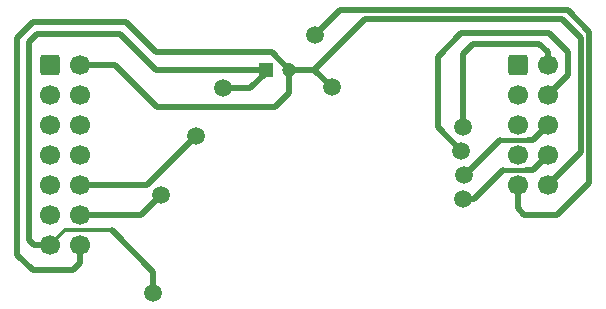
<source format=gbr>
G04 #@! TF.GenerationSoftware,KiCad,Pcbnew,6.0.6-2.fc36*
G04 #@! TF.CreationDate,2022-07-19T13:12:57+02:00*
G04 #@! TF.ProjectId,touch-testcontroller-testboard,746f7563-682d-4746-9573-74636f6e7472,rev?*
G04 #@! TF.SameCoordinates,Original*
G04 #@! TF.FileFunction,Copper,L2,Bot*
G04 #@! TF.FilePolarity,Positive*
%FSLAX46Y46*%
G04 Gerber Fmt 4.6, Leading zero omitted, Abs format (unit mm)*
G04 Created by KiCad (PCBNEW 6.0.6-2.fc36) date 2022-07-19 13:12:57*
%MOMM*%
%LPD*%
G01*
G04 APERTURE LIST*
G04 Aperture macros list*
%AMRoundRect*
0 Rectangle with rounded corners*
0 $1 Rounding radius*
0 $2 $3 $4 $5 $6 $7 $8 $9 X,Y pos of 4 corners*
0 Add a 4 corners polygon primitive as box body*
4,1,4,$2,$3,$4,$5,$6,$7,$8,$9,$2,$3,0*
0 Add four circle primitives for the rounded corners*
1,1,$1+$1,$2,$3*
1,1,$1+$1,$4,$5*
1,1,$1+$1,$6,$7*
1,1,$1+$1,$8,$9*
0 Add four rect primitives between the rounded corners*
20,1,$1+$1,$2,$3,$4,$5,0*
20,1,$1+$1,$4,$5,$6,$7,0*
20,1,$1+$1,$6,$7,$8,$9,0*
20,1,$1+$1,$8,$9,$2,$3,0*%
G04 Aperture macros list end*
G04 #@! TA.AperFunction,ComponentPad*
%ADD10RoundRect,0.250000X-0.600000X-0.600000X0.600000X-0.600000X0.600000X0.600000X-0.600000X0.600000X0*%
G04 #@! TD*
G04 #@! TA.AperFunction,ComponentPad*
%ADD11C,1.700000*%
G04 #@! TD*
G04 #@! TA.AperFunction,ComponentPad*
%ADD12R,1.200000X1.200000*%
G04 #@! TD*
G04 #@! TA.AperFunction,ComponentPad*
%ADD13C,1.200000*%
G04 #@! TD*
G04 #@! TA.AperFunction,ViaPad*
%ADD14C,1.500000*%
G04 #@! TD*
G04 #@! TA.AperFunction,Conductor*
%ADD15C,0.500000*%
G04 #@! TD*
G04 #@! TA.AperFunction,Conductor*
%ADD16C,0.400000*%
G04 #@! TD*
G04 #@! TA.AperFunction,Conductor*
%ADD17C,0.300000*%
G04 #@! TD*
%ADD18C,0.350000*%
G04 APERTURE END LIST*
D10*
G04 #@! TO.P,J2,1,Pin_1*
G04 #@! TO.N,LED-BT*
X100247500Y-64000000D03*
D11*
G04 #@! TO.P,J2,2,Pin_2*
G04 #@! TO.N,TOUCH-KEY-POWER*
X102787500Y-64000000D03*
G04 #@! TO.P,J2,3,Pin_3*
G04 #@! TO.N,LED-ANALOG-EXT*
X100247500Y-66540000D03*
G04 #@! TO.P,J2,4,Pin_4*
G04 #@! TO.N,TOUCH-KEY-ANALOG-EXT*
X102787500Y-66540000D03*
G04 #@! TO.P,J2,5,Pin_5*
G04 #@! TO.N,LED-ANALOG-INT*
X100247500Y-69080000D03*
G04 #@! TO.P,J2,6,Pin_6*
G04 #@! TO.N,TOUCH-KEY-ANALOG-INT*
X102787500Y-69080000D03*
G04 #@! TO.P,J2,7,Pin_7*
G04 #@! TO.N,unconnected-(J2-Pad7)*
X100247500Y-71620000D03*
G04 #@! TO.P,J2,8,Pin_8*
G04 #@! TO.N,TOUCH-KEY-BT*
X102787500Y-71620000D03*
G04 #@! TO.P,J2,9,Pin_9*
G04 #@! TO.N,+3V3*
X100247500Y-74160000D03*
G04 #@! TO.P,J2,10,Pin_10*
G04 #@! TO.N,GNDD*
X102787500Y-74160000D03*
G04 #@! TD*
D10*
G04 #@! TO.P,J1,1,Pin_1*
G04 #@! TO.N,+5V*
X60700000Y-64000000D03*
D11*
G04 #@! TO.P,J1,2,Pin_2*
G04 #@! TO.N,GNDD*
X63240000Y-64000000D03*
G04 #@! TO.P,J1,3,Pin_3*
G04 #@! TO.N,unconnected-(J1-Pad3)*
X60700000Y-66540000D03*
G04 #@! TO.P,J1,4,Pin_4*
G04 #@! TO.N,unconnected-(J1-Pad4)*
X63240000Y-66540000D03*
G04 #@! TO.P,J1,5,Pin_5*
G04 #@! TO.N,unconnected-(J1-Pad5)*
X60700000Y-69080000D03*
G04 #@! TO.P,J1,6,Pin_6*
G04 #@! TO.N,unconnected-(J1-Pad6)*
X63240000Y-69080000D03*
G04 #@! TO.P,J1,7,Pin_7*
G04 #@! TO.N,unconnected-(J1-Pad7)*
X60700000Y-71620000D03*
G04 #@! TO.P,J1,8,Pin_8*
G04 #@! TO.N,unconnected-(J1-Pad8)*
X63240000Y-71620000D03*
G04 #@! TO.P,J1,9,Pin_9*
G04 #@! TO.N,unconnected-(J1-Pad9)*
X60700000Y-74160000D03*
G04 #@! TO.P,J1,10,Pin_10*
G04 #@! TO.N,SDA*
X63240000Y-74160000D03*
G04 #@! TO.P,J1,11,Pin_11*
G04 #@! TO.N,unconnected-(J1-Pad11)*
X60700000Y-76700000D03*
G04 #@! TO.P,J1,12,Pin_12*
G04 #@! TO.N,SCL*
X63240000Y-76700000D03*
G04 #@! TO.P,J1,13,Pin_13*
G04 #@! TO.N,+3V3*
X60700000Y-79240000D03*
G04 #@! TO.P,J1,14,Pin_14*
G04 #@! TO.N,GNDD*
X63240000Y-79240000D03*
G04 #@! TD*
D12*
G04 #@! TO.P,C1,1*
G04 #@! TO.N,+3V3*
X78927401Y-64400000D03*
D13*
G04 #@! TO.P,C1,2*
G04 #@! TO.N,GNDD*
X80927401Y-64400000D03*
G04 #@! TD*
D14*
G04 #@! TO.N,TOUCH-KEY-BT*
X95600000Y-75400000D03*
G04 #@! TO.N,TOUCH-KEY-ANALOG-INT*
X95700000Y-73300000D03*
G04 #@! TO.N,TOUCH-KEY-ANALOG-EXT*
X95500000Y-71300000D03*
G04 #@! TO.N,TOUCH-KEY-POWER*
X95600000Y-69300000D03*
G04 #@! TO.N,+3V3*
X83100000Y-61500000D03*
G04 #@! TO.N,SDA*
X72999500Y-70000000D03*
G04 #@! TO.N,SCL*
X70100000Y-75000000D03*
G04 #@! TO.N,+3V3*
X69400000Y-83300000D03*
G04 #@! TO.N,GNDD*
X84500000Y-65900000D03*
G04 #@! TO.N,+3V3*
X75300000Y-66000000D03*
G04 #@! TD*
D15*
G04 #@! TO.N,GNDD*
X69750000Y-67600000D02*
X79750000Y-67600000D01*
X79750000Y-67600000D02*
X80927401Y-66422599D01*
X80927401Y-66422599D02*
X80927401Y-64400000D01*
X63240000Y-64000000D02*
X66150000Y-64000000D01*
X66150000Y-64000000D02*
X69750000Y-67600000D01*
G04 #@! TO.N,TOUCH-KEY-BT*
X96550000Y-75400000D02*
X95600000Y-75400000D01*
X98450000Y-73500000D02*
X96550000Y-75400000D01*
D16*
X100950000Y-72900000D02*
X99050000Y-72900000D01*
D15*
X101607500Y-72800000D02*
X101507500Y-72900000D01*
X102787500Y-71620000D02*
X101607500Y-72800000D01*
X101507500Y-72900000D02*
X100950000Y-72900000D01*
X99050000Y-72900000D02*
X98450000Y-73500000D01*
D16*
G04 #@! TO.N,TOUCH-KEY-ANALOG-INT*
X101100000Y-70350000D02*
X98790000Y-70350000D01*
X98790000Y-70350000D02*
X98770000Y-70330000D01*
D15*
X101100000Y-70350000D02*
X101517500Y-70350000D01*
X101517500Y-70350000D02*
X102787500Y-69080000D01*
X95800000Y-73300000D02*
X95700000Y-73300000D01*
X98300000Y-70800000D02*
X95800000Y-73300000D01*
X98770000Y-70330000D02*
X98300000Y-70800000D01*
G04 #@! TO.N,TOUCH-KEY-ANALOG-EXT*
X93500000Y-69300000D02*
X95500000Y-71300000D01*
X93500000Y-63300000D02*
X93500000Y-69300000D01*
X102900000Y-61300000D02*
X95500000Y-61300000D01*
X104500000Y-64827500D02*
X104500000Y-62900000D01*
X102787500Y-66540000D02*
X104500000Y-64827500D01*
X104500000Y-62900000D02*
X102900000Y-61300000D01*
X95500000Y-61300000D02*
X93500000Y-63300000D01*
G04 #@! TO.N,TOUCH-KEY-POWER*
X95600000Y-67100000D02*
X95600000Y-69300000D01*
X96500000Y-62200000D02*
X95600000Y-63100000D01*
X102787500Y-62887500D02*
X102100000Y-62200000D01*
X102100000Y-62200000D02*
X96500000Y-62200000D01*
X102787500Y-64000000D02*
X102787500Y-62887500D01*
X95600000Y-63100000D02*
X95600000Y-67100000D01*
G04 #@! TO.N,GNDD*
X83000000Y-64400000D02*
X87300000Y-60100000D01*
X105600000Y-71347500D02*
X102787500Y-74160000D01*
X87300000Y-60100000D02*
X104000000Y-60100000D01*
X104000000Y-60100000D02*
X105600000Y-61700000D01*
X105600000Y-61700000D02*
X105600000Y-71347500D01*
G04 #@! TO.N,+3V3*
X83100000Y-61500000D02*
X85200000Y-59400000D01*
X104500000Y-59400000D02*
X106300000Y-61200000D01*
X85200000Y-59400000D02*
X104500000Y-59400000D01*
X106300000Y-61200000D02*
X106300000Y-74000000D01*
X106300000Y-74000000D02*
X103600000Y-76700000D01*
X103600000Y-76700000D02*
X100800000Y-76700000D01*
X100800000Y-76700000D02*
X100247500Y-76147500D01*
X100247500Y-76147500D02*
X100247500Y-74160000D01*
G04 #@! TO.N,SDA*
X63240000Y-74160000D02*
X68839500Y-74160000D01*
X68839500Y-74160000D02*
X72999500Y-70000000D01*
G04 #@! TO.N,SCL*
X63240000Y-76700000D02*
X68400000Y-76700000D01*
X68400000Y-76700000D02*
X70100000Y-75000000D01*
G04 #@! TO.N,+3V3*
X69400000Y-81500000D02*
X65900000Y-78000000D01*
D17*
X65900000Y-78000000D02*
X61940000Y-78000000D01*
X61940000Y-78000000D02*
X60700000Y-79240000D01*
D15*
X69400000Y-83300000D02*
X69400000Y-81500000D01*
G04 #@! TO.N,GNDD*
X83000000Y-64400000D02*
X84500000Y-65900000D01*
X80927401Y-64400000D02*
X83000000Y-64400000D01*
G04 #@! TO.N,+3V3*
X77600000Y-66000000D02*
X75300000Y-66000000D01*
X78927401Y-64672599D02*
X77600000Y-66000000D01*
X78927401Y-64400000D02*
X78927401Y-64672599D01*
G04 #@! TO.N,GNDD*
X63240000Y-79240000D02*
X63240000Y-80760000D01*
X59200000Y-60400000D02*
X67100000Y-60400000D01*
X63240000Y-80760000D02*
X62600000Y-81400000D01*
X62600000Y-81400000D02*
X59200000Y-81400000D01*
X59200000Y-81400000D02*
X57900000Y-80100000D01*
X79428090Y-62900689D02*
X80927401Y-64400000D01*
X57900000Y-80100000D02*
X57900000Y-61700000D01*
X57900000Y-61700000D02*
X59200000Y-60400000D01*
X72099311Y-62900689D02*
X79428090Y-62900689D01*
X67100000Y-60400000D02*
X69600000Y-62900000D01*
X72098622Y-62900000D02*
X72099311Y-62900689D01*
X69600000Y-62900000D02*
X72098622Y-62900000D01*
G04 #@! TO.N,+3V3*
X60700000Y-79240000D02*
X59340000Y-79240000D01*
X59340000Y-79240000D02*
X58900000Y-78800000D01*
X58900000Y-62100000D02*
X59600000Y-61400000D01*
X58900000Y-78800000D02*
X58900000Y-62100000D01*
X59600000Y-61400000D02*
X66600000Y-61400000D01*
X66600000Y-61400000D02*
X69600000Y-64400000D01*
X69600000Y-64400000D02*
X78927401Y-64400000D01*
G04 #@! TD*
D18*
X95600000Y-75400000D03*
X95700000Y-73300000D03*
X95500000Y-71300000D03*
X95600000Y-69300000D03*
X83100000Y-61500000D03*
X72999500Y-70000000D03*
X70100000Y-75000000D03*
X69400000Y-83300000D03*
X84500000Y-65900000D03*
X75300000Y-66000000D03*
X100247500Y-64000000D03*
X102787500Y-64000000D03*
X100247500Y-66540000D03*
X102787500Y-66540000D03*
X100247500Y-69080000D03*
X102787500Y-69080000D03*
X100247500Y-71620000D03*
X102787500Y-71620000D03*
X100247500Y-74160000D03*
X102787500Y-74160000D03*
X60700000Y-64000000D03*
X63240000Y-64000000D03*
X60700000Y-66540000D03*
X63240000Y-66540000D03*
X60700000Y-69080000D03*
X63240000Y-69080000D03*
X60700000Y-71620000D03*
X63240000Y-71620000D03*
X60700000Y-74160000D03*
X63240000Y-74160000D03*
X60700000Y-76700000D03*
X63240000Y-76700000D03*
X60700000Y-79240000D03*
X63240000Y-79240000D03*
X78927401Y-64400000D03*
X80927401Y-64400000D03*
M02*

</source>
